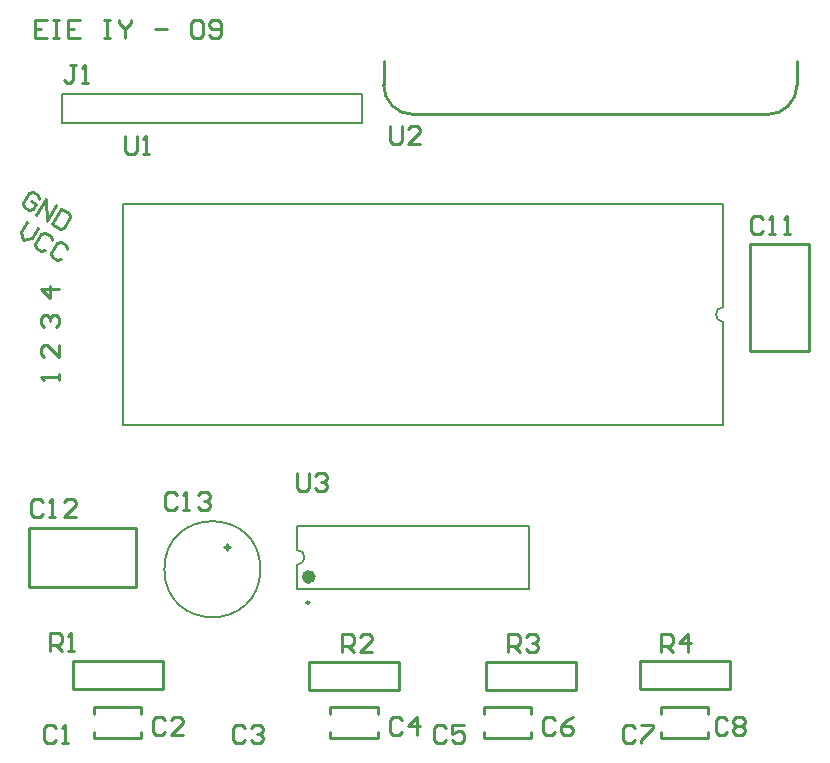
<source format=gto>
G04 Layer_Color=15132400*
%FSLAX25Y25*%
%MOIN*%
G70*
G01*
G75*
%ADD32C,0.00984*%
%ADD33C,0.00787*%
%ADD34C,0.02362*%
%ADD35C,0.00500*%
%ADD36C,0.01000*%
D32*
X311024Y336614D02*
G03*
X320866Y346457I0J9843D01*
G01*
X183071D02*
G03*
X192913Y336614I9843J0D01*
G01*
X158287Y173976D02*
G03*
X158287Y173976I-492J0D01*
G01*
X183071Y346457D02*
Y354331D01*
X320866Y346457D02*
Y354331D01*
X192913Y336614D02*
X311024D01*
D33*
X296339Y272461D02*
G03*
X296339Y267461I0J-2500D01*
G01*
X154134Y186476D02*
G03*
X154134Y191476I0J2500D01*
G01*
X175984Y333661D02*
Y343504D01*
X75984D02*
X175984D01*
X75984Y333661D02*
Y343504D01*
Y333661D02*
X175984D01*
X296339Y272461D02*
Y306752D01*
Y233169D02*
Y267461D01*
X96339Y233169D02*
X296339D01*
X96339D02*
Y306752D01*
X296339D01*
X154134Y178543D02*
X231693D01*
X154134Y199409D02*
X231693D01*
X154134Y178543D02*
Y186476D01*
Y191476D02*
Y199409D01*
X231693Y178543D02*
Y199409D01*
D34*
X159252Y182480D02*
G03*
X159252Y182480I-1181J0D01*
G01*
D35*
X141984Y185039D02*
G03*
X141984Y185039I-16000J0D01*
G01*
D36*
X275591Y128740D02*
X291339D01*
X275591Y138976D02*
X291339D01*
X275591Y136614D02*
Y138976D01*
X291339Y136614D02*
Y138976D01*
Y128866D02*
Y130709D01*
X275591Y128740D02*
Y130709D01*
X216535Y128740D02*
X232283D01*
X216535Y138976D02*
X232283D01*
X216535Y136614D02*
Y138976D01*
X232283Y136614D02*
Y138976D01*
Y128866D02*
Y130709D01*
X216535Y128740D02*
Y130709D01*
X165354Y128740D02*
X181102D01*
X165354Y138976D02*
X181102D01*
X165354Y136614D02*
Y138976D01*
X181102Y136614D02*
Y138976D01*
Y128866D02*
Y130709D01*
X165354Y128740D02*
Y130709D01*
X86614Y128740D02*
X102362D01*
X86614Y138976D02*
X102362D01*
X86614Y136614D02*
Y138976D01*
X102362Y136614D02*
Y138976D01*
Y128866D02*
Y130709D01*
X86614Y128740D02*
Y130709D01*
X158228Y144881D02*
Y154106D01*
Y144881D02*
X188228D01*
Y154106D01*
X158228D02*
X188228D01*
X305118Y257874D02*
Y293307D01*
Y257874D02*
X324803D01*
X305118Y293307D02*
X324803D01*
Y257874D02*
Y293307D01*
X109488Y145106D02*
Y154332D01*
X79488D02*
X109488D01*
X79488Y145106D02*
Y154332D01*
Y145106D02*
X109488D01*
X129984Y192539D02*
X131984D01*
X130984Y191539D02*
Y193539D01*
X64961Y179134D02*
X100394D01*
Y198819D01*
X64961Y179134D02*
Y198819D01*
X100394D01*
X217283Y144881D02*
Y154106D01*
Y144881D02*
X247283D01*
Y154106D01*
X217283D02*
X247283D01*
X298465Y145106D02*
Y154332D01*
X268465D02*
X298465D01*
X268465Y145106D02*
Y154332D01*
Y145106D02*
X298465D01*
X74803Y278590D02*
X68805D01*
X71804Y275590D01*
Y279589D01*
X69805Y265841D02*
X68805Y266840D01*
Y268840D01*
X69805Y269839D01*
X70804D01*
X71804Y268840D01*
Y267840D01*
Y268840D01*
X72804Y269839D01*
X73804D01*
X74803Y268840D01*
Y266840D01*
X73804Y265841D01*
X74803Y259904D02*
Y255906D01*
X70804Y259904D01*
X69805D01*
X68805Y258905D01*
Y256905D01*
X69805Y255906D01*
X74803Y248031D02*
Y250031D01*
Y249031D01*
X68805D01*
X69805Y248031D01*
X64349Y300814D02*
X62291Y297385D01*
X62977Y294642D01*
X65720Y295328D01*
X67778Y298757D01*
X72407Y294814D02*
X72064Y296185D01*
X70349Y297214D01*
X68978Y296871D01*
X66920Y293442D01*
X67263Y292071D01*
X68978Y291042D01*
X70349Y291385D01*
X77550Y291728D02*
X77207Y293099D01*
X75493Y294128D01*
X74121Y293785D01*
X72064Y290356D01*
X72407Y288985D01*
X74121Y287956D01*
X75493Y288299D01*
X68205Y308528D02*
X67862Y309899D01*
X66148Y310928D01*
X64776Y310585D01*
X62719Y307156D01*
X63062Y305785D01*
X64776Y304756D01*
X66148Y305099D01*
X67177Y306814D01*
X65462Y307842D01*
X67348Y303213D02*
X70434Y308356D01*
X70777Y301156D01*
X73863Y306299D01*
X75577Y305271D02*
X72491Y300127D01*
X75063Y298584D01*
X76434Y298927D01*
X78492Y302356D01*
X78149Y303728D01*
X75577Y305271D01*
X297699Y134920D02*
X296700Y135919D01*
X294701D01*
X293701Y134920D01*
Y130921D01*
X294701Y129921D01*
X296700D01*
X297699Y130921D01*
X299699Y134920D02*
X300698Y135919D01*
X302698D01*
X303698Y134920D01*
Y133920D01*
X302698Y132920D01*
X303698Y131921D01*
Y130921D01*
X302698Y129921D01*
X300698D01*
X299699Y130921D01*
Y131921D01*
X300698Y132920D01*
X299699Y133920D01*
Y134920D01*
X300698Y132920D02*
X302698D01*
X240219Y134920D02*
X239219Y135919D01*
X237220D01*
X236221Y134920D01*
Y130921D01*
X237220Y129921D01*
X239219D01*
X240219Y130921D01*
X246217Y135919D02*
X244218Y134920D01*
X242218Y132920D01*
Y130921D01*
X243218Y129921D01*
X245218D01*
X246217Y130921D01*
Y131921D01*
X245218Y132920D01*
X242218D01*
X189038Y134920D02*
X188038Y135919D01*
X186039D01*
X185039Y134920D01*
Y130921D01*
X186039Y129921D01*
X188038D01*
X189038Y130921D01*
X194036Y129921D02*
Y135919D01*
X191037Y132920D01*
X195036D01*
X110298Y134920D02*
X109298Y135919D01*
X107299D01*
X106299Y134920D01*
Y130921D01*
X107299Y129921D01*
X109298D01*
X110298Y130921D01*
X116296Y129921D02*
X112297D01*
X116296Y133920D01*
Y134920D01*
X115296Y135919D01*
X113297D01*
X112297Y134920D01*
X169291Y157480D02*
Y163478D01*
X172290D01*
X173290Y162479D01*
Y160479D01*
X172290Y159480D01*
X169291D01*
X171291D02*
X173290Y157480D01*
X179288D02*
X175289D01*
X179288Y161479D01*
Y162479D01*
X178288Y163478D01*
X176289D01*
X175289Y162479D01*
X309621Y301850D02*
X308621Y302850D01*
X306622D01*
X305622Y301850D01*
Y297852D01*
X306622Y296852D01*
X308621D01*
X309621Y297852D01*
X311620Y296852D02*
X313619D01*
X312620D01*
Y302850D01*
X311620Y301850D01*
X316618Y296852D02*
X318618D01*
X317618D01*
Y302850D01*
X316618Y301850D01*
X80481Y352979D02*
X78482D01*
X79482D01*
Y347981D01*
X78482Y346981D01*
X77482D01*
X76483Y347981D01*
X82481Y346981D02*
X84480D01*
X83480D01*
Y352979D01*
X82481Y351979D01*
X96958Y329323D02*
Y324325D01*
X97958Y323325D01*
X99957D01*
X100957Y324325D01*
Y329323D01*
X102956Y323325D02*
X104956D01*
X103956D01*
Y329323D01*
X102956Y328324D01*
X185039Y332770D02*
Y327771D01*
X186039Y326772D01*
X188038D01*
X189038Y327771D01*
Y332770D01*
X195036Y326772D02*
X191037D01*
X195036Y330770D01*
Y331770D01*
X194036Y332770D01*
X192037D01*
X191037Y331770D01*
X73914Y131998D02*
X72915Y132998D01*
X70915D01*
X69916Y131998D01*
Y128000D01*
X70915Y127000D01*
X72915D01*
X73914Y128000D01*
X75914Y127000D02*
X77913D01*
X76913D01*
Y132998D01*
X75914Y131998D01*
X136891D02*
X135891Y132998D01*
X133892D01*
X132892Y131998D01*
Y128000D01*
X133892Y127000D01*
X135891D01*
X136891Y128000D01*
X138890Y131998D02*
X139890Y132998D01*
X141889D01*
X142889Y131998D01*
Y130999D01*
X141889Y129999D01*
X140890D01*
X141889D01*
X142889Y128999D01*
Y128000D01*
X141889Y127000D01*
X139890D01*
X138890Y128000D01*
X203828Y131998D02*
X202828Y132998D01*
X200829D01*
X199829Y131998D01*
Y128000D01*
X200829Y127000D01*
X202828D01*
X203828Y128000D01*
X209826Y132998D02*
X205827D01*
Y129999D01*
X207826Y130999D01*
X208826D01*
X209826Y129999D01*
Y128000D01*
X208826Y127000D01*
X206827D01*
X205827Y128000D01*
X266762Y131998D02*
X265762Y132998D01*
X263763D01*
X262763Y131998D01*
Y128000D01*
X263763Y127000D01*
X265762D01*
X266762Y128000D01*
X268761Y132998D02*
X272760D01*
Y131998D01*
X268761Y128000D01*
Y127000D01*
X69496Y207335D02*
X68497Y208335D01*
X66497D01*
X65498Y207335D01*
Y203337D01*
X66497Y202337D01*
X68497D01*
X69496Y203337D01*
X71496Y202337D02*
X73495D01*
X72495D01*
Y208335D01*
X71496Y207335D01*
X80493Y202337D02*
X76494D01*
X80493Y206336D01*
Y207335D01*
X79493Y208335D01*
X77494D01*
X76494Y207335D01*
X114199Y209835D02*
X113199Y210835D01*
X111200D01*
X110200Y209835D01*
Y205837D01*
X111200Y204837D01*
X113199D01*
X114199Y205837D01*
X116198Y204837D02*
X118197D01*
X117198D01*
Y210835D01*
X116198Y209835D01*
X121196D02*
X122196Y210835D01*
X124196D01*
X125195Y209835D01*
Y208836D01*
X124196Y207836D01*
X123196D01*
X124196D01*
X125195Y206836D01*
Y205837D01*
X124196Y204837D01*
X122196D01*
X121196Y205837D01*
X71704Y157863D02*
Y163861D01*
X74703D01*
X75703Y162861D01*
Y160862D01*
X74703Y159862D01*
X71704D01*
X73703D02*
X75703Y157863D01*
X77702D02*
X79701D01*
X78702D01*
Y163861D01*
X77702Y162861D01*
X224410Y157480D02*
Y163478D01*
X227409D01*
X228408Y162479D01*
Y160479D01*
X227409Y159480D01*
X224410D01*
X226409D02*
X228408Y157480D01*
X230408Y162479D02*
X231407Y163478D01*
X233407D01*
X234406Y162479D01*
Y161479D01*
X233407Y160479D01*
X232407D01*
X233407D01*
X234406Y159480D01*
Y158480D01*
X233407Y157480D01*
X231407D01*
X230408Y158480D01*
X275590Y157480D02*
Y163478D01*
X278590D01*
X279589Y162479D01*
Y160479D01*
X278590Y159480D01*
X275590D01*
X277590D02*
X279589Y157480D01*
X284588D02*
Y163478D01*
X281589Y160479D01*
X285587D01*
X154077Y217135D02*
Y212137D01*
X155077Y211137D01*
X157076D01*
X158076Y212137D01*
Y217135D01*
X160075Y216135D02*
X161075Y217135D01*
X163074D01*
X164074Y216135D01*
Y215136D01*
X163074Y214136D01*
X162075D01*
X163074D01*
X164074Y213136D01*
Y212137D01*
X163074Y211137D01*
X161075D01*
X160075Y212137D01*
X70928Y368203D02*
X66929D01*
Y362205D01*
X70928D01*
X66929Y365204D02*
X68928D01*
X72927Y368203D02*
X74927D01*
X73927D01*
Y362205D01*
X72927D01*
X74927D01*
X81924Y368203D02*
X77926D01*
Y362205D01*
X81924D01*
X77926Y365204D02*
X79925D01*
X89922Y368203D02*
X91921D01*
X90921D01*
Y362205D01*
X89922D01*
X91921D01*
X94920Y368203D02*
Y367203D01*
X96919Y365204D01*
X98919Y367203D01*
Y368203D01*
X96919Y365204D02*
Y362205D01*
X106916Y365204D02*
X110915D01*
X118912Y367203D02*
X119912Y368203D01*
X121911D01*
X122911Y367203D01*
Y363204D01*
X121911Y362205D01*
X119912D01*
X118912Y363204D01*
Y367203D01*
X124910Y363204D02*
X125910Y362205D01*
X127909D01*
X128909Y363204D01*
Y367203D01*
X127909Y368203D01*
X125910D01*
X124910Y367203D01*
Y366203D01*
X125910Y365204D01*
X128909D01*
M02*

</source>
